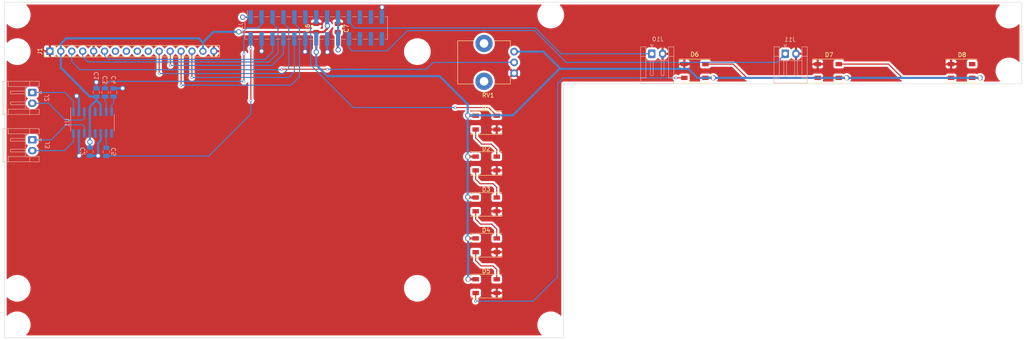
<source format=kicad_pcb>
(kicad_pcb (version 20171130) (host pcbnew "(5.1.10)-1")
  (layers (0 F.Cu signal) (31 B.Cu signal) (34 B.Paste user hide) (35 F.Paste user hide) (36 B.SilkS user) (37 F.SilkS user hide) (38 B.Mask user hide) (39 F.Mask user hide) (44 Edge.Cuts user))
  (net 0 "")
  (net 1 GND)
  (net 2 +3V3)
  (net 3 +5V)
  (net 4 +12V)
  (net 5 "Net-(J3-Pad1)")
  (net 6 USR_BTN1)
  (net 7 LCD_RS)
  (net 8 USR_BTN0)
  (net 9 LCD_BIT6)
  (net 10 LCD_BIT5)
  (net 11 LCD_BIT7)
  (net 12 LCD_CLOCK)
  (net 13 NEO_DATA)
  (net 14 LCD_BIT4)
  (net 15 "Net-(J12-Pad26)")
  (net 16 AUDIO_R)
  (net 17 AUDIO_L)
  (net 18 "Net-(J12-Pad24)")
  (net 19 "Net-(J12-Pad22)")
  (net 20 "Net-(J12-Pad13)")
  (net 21 "Net-(J12-Pad23)")
  (net 22 "Net-(J12-Pad21)")
  (net 23 "Net-(C3-Pad1)")
  (net 24 "Net-(C4-Pad1)")
  (net 25 "Net-(C5-Pad1)")
  (net 26 "Net-(D1-Pad2)")
  (net 27 "Net-(D2-Pad2)")
  (net 28 "Net-(D3-Pad2)")
  (net 29 "Net-(D4-Pad2)")
  (net 30 "Net-(D5-Pad2)")
  (net 31 "Net-(D6-Pad2)")
  (net 32 "Net-(D7-Pad2)")
  (net 33 "Net-(D8-Pad2)")
  (net 34 "Net-(J1-Pad10)")
  (net 35 "Net-(J1-Pad9)")
  (net 36 "Net-(J1-Pad8)")
  (net 37 "Net-(J1-Pad7)")
  (net 38 /CONTRAST)
  (net 39 "Net-(J2-Pad2)")
  (net 40 "Net-(J2-Pad1)")
  (net 41 "Net-(J3-Pad2)")
  (net 42 "Net-(U1-Pad12)")
  (net 43 "Net-(U1-Pad9)")
  (net 44 "Net-(U1-Pad5)")
  (module RPi_Hat:RPi_Hat_Mounting_Hole (layer F.Cu) (at 265.5 78.5)
    (fp_text reference "" hide)
    (fp_text value "" hide)
    (pad "" np_thru_hole circle (at 0 0) (size 2.75 2.75) (drill 2.75) (layers *.Cu *.Mask) (clearance 1.725))
  )
  (module RPi_Hat:RPi_Hat_Mounting_Hole (layer F.Cu) (at 265.5 65.5)
    (fp_text reference "" hide)
    (fp_text value "" hide)
    (pad "" np_thru_hole circle (at 0 0) (size 2.75 2.75) (drill 2.75) (layers *.Cu *.Mask) (clearance 1.725))
  )
  (module RPi_Hat:RPi_Hat_Mounting_Hole (layer F.Cu) (at 35 129)
    (fp_text reference "" hide)
    (fp_text value "" hide)
    (pad "" np_thru_hole circle (at 0 0) (size 2.75 2.75) (drill 2.75) (layers *.Cu *.Mask) (clearance 1.725))
  )
  (module RPi_Hat:RPi_Hat_Mounting_Hole (layer F.Cu) (at 128 129)
    (fp_text reference "" hide)
    (fp_text value "" hide)
    (pad "" np_thru_hole circle (at 0 0) (size 2.75 2.75) (drill 2.75) (layers *.Cu *.Mask) (clearance 1.725))
  )
  (module RPi_Hat:RPi_Hat_Mounting_Hole (layer F.Cu) (at 128 74)
    (fp_text reference "" hide)
    (fp_text value "" hide)
    (pad "" np_thru_hole circle (at 0 0) (size 2.75 2.75) (drill 2.75) (layers *.Cu *.Mask) (clearance 1.725))
  )
  (module RPi_Hat:RPi_Hat_Mounting_Hole (layer F.Cu) (at 35 74)
    (fp_text reference "" hide)
    (fp_text value "" hide)
    (pad "" np_thru_hole circle (at 0 0) (size 2.75 2.75) (drill 2.75) (layers *.Cu *.Mask) (clearance 1.725))
  )
  (module RPi_Hat:RPi_Hat_Mounting_Hole (layer F.Cu) (at 35 65.5)
    (fp_text reference "" hide)
    (fp_text value "" hide)
    (pad "" np_thru_hole circle (at 0 0) (size 2.75 2.75) (drill 2.75) (layers *.Cu *.Mask) (clearance 1.725))
  )
  (module RPi_Hat:RPi_Hat_Mounting_Hole (layer F.Cu) (at 159 65.5)
    (fp_text reference "" hide)
    (fp_text value "" hide)
    (pad "" np_thru_hole circle (at 0 0) (size 2.75 2.75) (drill 2.75) (layers *.Cu *.Mask) (clearance 1.725))
  )
  (module RPi_Hat:RPi_Hat_Mounting_Hole (layer F.Cu) (at 159 137.5)
    (fp_text reference "" hide)
    (fp_text value "" hide)
    (pad "" np_thru_hole circle (at 0 0) (size 2.75 2.75) (drill 2.75) (layers *.Cu *.Mask) (clearance 1.725))
  )
  (module Package_SO:SOP-16_3.9x9.9mm_P1.27mm (layer B.Cu) (at 52.5 90.5 270)
    (fp_text reference U1 (at 0 5.9 90) (layer B.SilkS) (effects (justify mirror)))
    (fp_text value PAM8403)
    (pad 16 smd roundrect (at 2.5 4.445 270) (size 2 0.6) (layers B.Cu B.Paste B.Mask) (net 41 "Net-(J3-Pad2)"))
    (pad 15 smd roundrect (at 2.5 3.175 270) (size 2 0.6) (layers B.Cu B.Paste B.Mask) (net 1 GND))
    (pad 14 smd roundrect (at 2.5 1.905 270) (size 2 0.6) (layers B.Cu B.Paste B.Mask) (net 5 "Net-(J3-Pad1)"))
    (pad 13 smd roundrect (at 2.5 0.635 270) (size 2 0.6) (layers B.Cu B.Paste B.Mask) (net 3 +5V))
    (pad 12 smd roundrect (at 2.5 -0.635 270) (size 2 0.6) (layers B.Cu B.Paste B.Mask) (net 42 "Net-(U1-Pad12)"))
    (pad 11 smd roundrect (at 2.5 -1.905 270) (size 2 0.6) (layers B.Cu B.Paste B.Mask) (net 1 GND))
    (pad 10 smd roundrect (at 2.5 -3.175 270) (size 2 0.6) (layers B.Cu B.Paste B.Mask) (net 25 "Net-(C5-Pad1)"))
    (pad 9 smd roundrect (at 2.5 -4.445 270) (size 2 0.6) (layers B.Cu B.Paste B.Mask) (net 43 "Net-(U1-Pad9)"))
    (pad 8 smd roundrect (at -2.5 -4.445 270) (size 2 0.6) (layers B.Cu B.Paste B.Mask) (net 24 "Net-(C4-Pad1)"))
    (pad 7 smd roundrect (at -2.5 -3.175 270) (size 2 0.6) (layers B.Cu B.Paste B.Mask) (net 23 "Net-(C3-Pad1)"))
    (pad 6 smd roundrect (at -2.5 -1.905 270) (size 2 0.6) (layers B.Cu B.Paste B.Mask) (net 3 +5V))
    (pad 5 smd roundrect (at -2.5 -0.635 270) (size 2 0.6) (layers B.Cu B.Paste B.Mask) (net 44 "Net-(U1-Pad5)"))
    (pad 4 smd roundrect (at -2.5 0.635 270) (size 2 0.6) (layers B.Cu B.Paste B.Mask) (net 3 +5V))
    (pad 3 smd roundrect (at -2.5 1.905 270) (size 2 0.6) (layers B.Cu B.Paste B.Mask) (net 39 "Net-(J2-Pad2)"))
    (pad 2 smd roundrect (at -2.5 3.175 270) (size 2 0.6) (layers B.Cu B.Paste B.Mask) (net 1 GND))
    (pad 1 smd roundrect (at -2.5 4.445 270) (size 2 0.6) (layers B.Cu B.Paste B.Mask) (net 40 "Net-(J2-Pad1)"))
  )
  (module Potentiometer_THT:Potentiometer_Alps_RK09K_Single_Vertical (layer F.Cu) (at 150.5 74 180)
    (fp_text reference RV1 (at 6.05 -10.15) (layer F.SilkS))
    (fp_text value "POT 10k")
    (pad "" np_thru_hole circle (at 7 1.9 180) (size 4 4) (drill 2) (layers *.Cu *.Mask))
    (pad "" np_thru_hole circle (at 7 -6.9 180) (size 4 4) (drill 2) (layers *.Cu *.Mask))
    (pad 1 thru_hole circle (at 0 0 180) (size 1.8 1.8) (drill 1) (layers *.Cu *.Mask) (net 3 +5V))
    (pad 2 thru_hole circle (at 0 -2.5 180) (size 1.8 1.8) (drill 1) (layers *.Cu *.Mask) (net 38 /CONTRAST))
    (pad 3 thru_hole circle (at 0 -5 180) (size 1.8 1.8) (drill 1) (layers *.Cu *.Mask) (net 1 GND))
  )
  (module Connector_JST:JST_EH_S2B-EH_1x02_P2.50mm_Horizontal (layer B.Cu) (at 38.5 94.5 270)
    (fp_text reference J3 (at 1.2 -3.55 90) (layer B.SilkS) (effects (justify mirror)))
    (fp_text value Conn_01x02)
    (pad 2 thru_hole oval (at 2.5 0 270) (size 1.7 2) (drill 1) (layers *.Cu *.Mask) (net 41 "Net-(J3-Pad2)"))
    (pad 1 thru_hole roundrect (at 0 0 270) (size 1.7 2) (drill 1) (layers *.Cu *.Mask) (roundrect_rratio 0.147059) (net 5 "Net-(J3-Pad1)"))
  )
  (module Connector_JST:JST_EH_S2B-EH_1x02_P2.50mm_Horizontal (layer B.Cu) (at 38.5 83.5 270)
    (fp_text reference J2 (at 1.25 -3.4 90) (layer B.SilkS) (effects (justify mirror)))
    (fp_text value Conn_01x02)
    (pad 2 thru_hole oval (at 2.5 0 270) (size 1.7 2) (drill 1) (layers *.Cu *.Mask) (net 39 "Net-(J2-Pad2)"))
    (pad 1 thru_hole roundrect (at 0 0 270) (size 1.7 2) (drill 1) (layers *.Cu *.Mask) (roundrect_rratio 0.147059) (net 40 "Net-(J2-Pad1)"))
  )
  (module Connector_PinHeader_2.54mm:PinHeader_1x16_P2.54mm_Vertical (layer F.Cu) (at 42.6 73.9 90)
    (fp_text reference J1 (at 0 -2.33 90) (layer F.SilkS))
    (fp_text value Conn_01x16)
    (pad 16 thru_hole oval (at 0 38.1 90) (size 1.7 1.7) (drill 1) (layers *.Cu *.Mask) (net 1 GND))
    (pad 15 thru_hole oval (at 0 35.56 90) (size 1.7 1.7) (drill 1) (layers *.Cu *.Mask) (net 3 +5V))
    (pad 14 thru_hole oval (at 0 33.02 90) (size 1.7 1.7) (drill 1) (layers *.Cu *.Mask) (net 11 LCD_BIT7))
    (pad 13 thru_hole oval (at 0 30.48 90) (size 1.7 1.7) (drill 1) (layers *.Cu *.Mask) (net 9 LCD_BIT6))
    (pad 12 thru_hole oval (at 0 27.94 90) (size 1.7 1.7) (drill 1) (layers *.Cu *.Mask) (net 10 LCD_BIT5))
    (pad 11 thru_hole oval (at 0 25.4 90) (size 1.7 1.7) (drill 1) (layers *.Cu *.Mask) (net 14 LCD_BIT4))
    (pad 10 thru_hole oval (at 0 22.86 90) (size 1.7 1.7) (drill 1) (layers *.Cu *.Mask) (net 34 "Net-(J1-Pad10)"))
    (pad 9 thru_hole oval (at 0 20.32 90) (size 1.7 1.7) (drill 1) (layers *.Cu *.Mask) (net 35 "Net-(J1-Pad9)"))
    (pad 8 thru_hole oval (at 0 17.78 90) (size 1.7 1.7) (drill 1) (layers *.Cu *.Mask) (net 36 "Net-(J1-Pad8)"))
    (pad 7 thru_hole oval (at 0 15.24 90) (size 1.7 1.7) (drill 1) (layers *.Cu *.Mask) (net 37 "Net-(J1-Pad7)"))
    (pad 6 thru_hole oval (at 0 12.7 90) (size 1.7 1.7) (drill 1) (layers *.Cu *.Mask) (net 12 LCD_CLOCK))
    (pad 5 thru_hole oval (at 0 10.16 90) (size 1.7 1.7) (drill 1) (layers *.Cu *.Mask) (net 1 GND))
    (pad 4 thru_hole oval (at 0 7.62 90) (size 1.7 1.7) (drill 1) (layers *.Cu *.Mask) (net 7 LCD_RS))
    (pad 3 thru_hole oval (at 0 5.08 90) (size 1.7 1.7) (drill 1) (layers *.Cu *.Mask) (net 38 /CONTRAST))
    (pad 2 thru_hole oval (at 0 2.54 90) (size 1.7 1.7) (drill 1) (layers *.Cu *.Mask) (net 3 +5V))
    (pad 1 thru_hole rect (at 0 0 90) (size 1.7 1.7) (drill 1) (layers *.Cu *.Mask) (net 1 GND))
  )
  (module LED_SMD:LED_WS2812B_PLCC4_5.0x5.0mm_P3.2mm (layer F.Cu) (at 254.5 78.5 180)
    (fp_text reference D8 (at -0.1 3.75) (layer F.SilkS))
    (fp_text value WS2812B)
    (fp_text user 1 (at -4.15 -1.6) (layer F.SilkS))
    (pad 1 smd rect (at -2.45 -1.6 180) (size 1.5 1) (layers F.Cu F.Paste F.Mask) (net 3 +5V))
    (pad 2 smd rect (at -2.45 1.6 180) (size 1.5 1) (layers F.Cu F.Paste F.Mask) (net 33 "Net-(D8-Pad2)"))
    (pad 4 smd rect (at 2.45 -1.6 180) (size 1.5 1) (layers F.Cu F.Paste F.Mask) (net 32 "Net-(D7-Pad2)"))
    (pad 3 smd rect (at 2.45 1.6 180) (size 1.5 1) (layers F.Cu F.Paste F.Mask) (net 1 GND))
  )
  (module LED_SMD:LED_WS2812B_PLCC4_5.0x5.0mm_P3.2mm (layer F.Cu) (at 223.5 78.5 180)
    (fp_text reference D7 (at -0.2 3.75) (layer F.SilkS))
    (fp_text value WS2812B)
    (fp_text user 1 (at -4.15 -1.6) (layer F.SilkS))
    (pad 1 smd rect (at -2.45 -1.6 180) (size 1.5 1) (layers F.Cu F.Paste F.Mask) (net 3 +5V))
    (pad 2 smd rect (at -2.45 1.6 180) (size 1.5 1) (layers F.Cu F.Paste F.Mask) (net 32 "Net-(D7-Pad2)"))
    (pad 4 smd rect (at 2.45 -1.6 180) (size 1.5 1) (layers F.Cu F.Paste F.Mask) (net 31 "Net-(D6-Pad2)"))
    (pad 3 smd rect (at 2.45 1.6 180) (size 1.5 1) (layers F.Cu F.Paste F.Mask) (net 1 GND))
  )
  (module LED_SMD:LED_WS2812B_PLCC4_5.0x5.0mm_P3.2mm (layer F.Cu) (at 192.5 78.5 180)
    (fp_text reference D6 (at 0.05 3.85) (layer F.SilkS))
    (fp_text value WS2812B)
    (fp_text user 1 (at -4.15 -1.6) (layer F.SilkS))
    (pad 1 smd rect (at -2.45 -1.6 180) (size 1.5 1) (layers F.Cu F.Paste F.Mask) (net 3 +5V))
    (pad 2 smd rect (at -2.45 1.6 180) (size 1.5 1) (layers F.Cu F.Paste F.Mask) (net 31 "Net-(D6-Pad2)"))
    (pad 4 smd rect (at 2.45 -1.6 180) (size 1.5 1) (layers F.Cu F.Paste F.Mask) (net 30 "Net-(D5-Pad2)"))
    (pad 3 smd rect (at 2.45 1.6 180) (size 1.5 1) (layers F.Cu F.Paste F.Mask) (net 1 GND))
  )
  (module LED_SMD:LED_WS2812B_PLCC4_5.0x5.0mm_P3.2mm (layer F.Cu) (at 144 128.5)
    (fp_text reference D5 (at 0 -3.5) (layer F.SilkS))
    (fp_text value WS2812B)
    (fp_text user 1 (at -4.15 -1.6) (layer F.SilkS))
    (pad 1 smd rect (at -2.45 -1.6) (size 1.5 1) (layers F.Cu F.Paste F.Mask) (net 3 +5V))
    (pad 2 smd rect (at -2.45 1.6) (size 1.5 1) (layers F.Cu F.Paste F.Mask) (net 30 "Net-(D5-Pad2)"))
    (pad 4 smd rect (at 2.45 -1.6) (size 1.5 1) (layers F.Cu F.Paste F.Mask) (net 29 "Net-(D4-Pad2)"))
    (pad 3 smd rect (at 2.45 1.6) (size 1.5 1) (layers F.Cu F.Paste F.Mask) (net 1 GND))
  )
  (module LED_SMD:LED_WS2812B_PLCC4_5.0x5.0mm_P3.2mm (layer F.Cu) (at 144 119)
    (fp_text reference D4 (at 0 -3.5) (layer F.SilkS))
    (fp_text value WS2812B)
    (fp_text user 1 (at -4.15 -1.6) (layer F.SilkS))
    (pad 1 smd rect (at -2.45 -1.6) (size 1.5 1) (layers F.Cu F.Paste F.Mask) (net 3 +5V))
    (pad 2 smd rect (at -2.45 1.6) (size 1.5 1) (layers F.Cu F.Paste F.Mask) (net 29 "Net-(D4-Pad2)"))
    (pad 4 smd rect (at 2.45 -1.6) (size 1.5 1) (layers F.Cu F.Paste F.Mask) (net 28 "Net-(D3-Pad2)"))
    (pad 3 smd rect (at 2.45 1.6) (size 1.5 1) (layers F.Cu F.Paste F.Mask) (net 1 GND))
  )
  (module LED_SMD:LED_WS2812B_PLCC4_5.0x5.0mm_P3.2mm (layer F.Cu) (at 144 109.5)
    (fp_text reference D3 (at 0 -3.5) (layer F.SilkS))
    (fp_text value WS2812B)
    (fp_text user 1 (at -4.15 -1.6) (layer F.SilkS))
    (pad 1 smd rect (at -2.45 -1.6) (size 1.5 1) (layers F.Cu F.Paste F.Mask) (net 3 +5V))
    (pad 2 smd rect (at -2.45 1.6) (size 1.5 1) (layers F.Cu F.Paste F.Mask) (net 28 "Net-(D3-Pad2)"))
    (pad 4 smd rect (at 2.45 -1.6) (size 1.5 1) (layers F.Cu F.Paste F.Mask) (net 27 "Net-(D2-Pad2)"))
    (pad 3 smd rect (at 2.45 1.6) (size 1.5 1) (layers F.Cu F.Paste F.Mask) (net 1 GND))
  )
  (module LED_SMD:LED_WS2812B_PLCC4_5.0x5.0mm_P3.2mm (layer F.Cu) (at 144 100)
    (fp_text reference D2 (at 0 -3.5) (layer F.SilkS))
    (fp_text value WS2812B)
    (fp_text user 1 (at -4.15 -1.6) (layer F.SilkS))
    (pad 1 smd rect (at -2.45 -1.6) (size 1.5 1) (layers F.Cu F.Paste F.Mask) (net 3 +5V))
    (pad 2 smd rect (at -2.45 1.6) (size 1.5 1) (layers F.Cu F.Paste F.Mask) (net 27 "Net-(D2-Pad2)"))
    (pad 4 smd rect (at 2.45 -1.6) (size 1.5 1) (layers F.Cu F.Paste F.Mask) (net 26 "Net-(D1-Pad2)"))
    (pad 3 smd rect (at 2.45 1.6) (size 1.5 1) (layers F.Cu F.Paste F.Mask) (net 1 GND))
  )
  (module LED_SMD:LED_WS2812B_PLCC4_5.0x5.0mm_P3.2mm (layer F.Cu) (at 144 90.5)
    (fp_text reference D1 (at 0 -3.5) (layer F.SilkS))
    (fp_text value WS2812B)
    (fp_text user 1 (at -4.15 -1.6) (layer F.SilkS))
    (pad 1 smd rect (at -2.45 -1.6) (size 1.5 1) (layers F.Cu F.Paste F.Mask) (net 3 +5V))
    (pad 2 smd rect (at -2.45 1.6) (size 1.5 1) (layers F.Cu F.Paste F.Mask) (net 26 "Net-(D1-Pad2)"))
    (pad 4 smd rect (at 2.45 -1.6) (size 1.5 1) (layers F.Cu F.Paste F.Mask) (net 13 NEO_DATA))
    (pad 3 smd rect (at 2.45 1.6) (size 1.5 1) (layers F.Cu F.Paste F.Mask) (net 1 GND))
  )
  (module Capacitor_SMD:C_0805_2012Metric (layer B.Cu) (at 55.7 97.3 270)
    (fp_text reference C5 (at -0.05 -1.75 90) (layer B.SilkS) (effects (justify mirror)))
    (fp_text value "0.47uF 15V 5%")
    (pad 2 smd roundrect (at 0.95 0 270) (size 1 1.45) (layers B.Cu B.Paste B.Mask) (net 16 AUDIO_R))
    (pad 1 smd roundrect (at -0.95 0 270) (size 1 1.45) (layers B.Cu B.Paste B.Mask) (net 25 "Net-(C5-Pad1)"))
  )
  (module Capacitor_SMD:C_0805_2012Metric (layer B.Cu) (at 57.4 83.5 90)
    (fp_text reference C4 (at 2.95 0.05 90) (layer B.SilkS) (effects (justify mirror)))
    (fp_text value "1uF 15V 5%")
    (pad 2 smd roundrect (at 0.95 0 90) (size 1 1.45) (layers B.Cu B.Paste B.Mask) (net 1 GND))
    (pad 1 smd roundrect (at -0.95 0 90) (size 1 1.45) (layers B.Cu B.Paste B.Mask) (net 24 "Net-(C4-Pad1)"))
  )
  (module Capacitor_SMD:C_0805_2012Metric (layer B.Cu) (at 55.4 83.5 90)
    (fp_text reference C3 (at 2.95 0.05 90) (layer B.SilkS) (effects (justify mirror)))
    (fp_text value "0.47uF 15V 5%")
    (pad 2 smd roundrect (at 0.95 0 90) (size 1 1.45) (layers B.Cu B.Paste B.Mask) (net 17 AUDIO_L))
    (pad 1 smd roundrect (at -0.95 0 90) (size 1 1.45) (layers B.Cu B.Paste B.Mask) (net 23 "Net-(C3-Pad1)"))
  )
  (module Capacitor_SMD:C_0805_2012Metric (layer B.Cu) (at 51.9 97.25 270)
    (fp_text reference C2 (at -0.1 1.65 90) (layer B.SilkS) (effects (justify mirror)))
    (fp_text value "10uF 15V 5%")
    (pad 2 smd roundrect (at 0.95 0 270) (size 1 1.45) (layers B.Cu B.Paste B.Mask) (net 1 GND))
    (pad 1 smd roundrect (at -0.95 0 270) (size 1 1.45) (layers B.Cu B.Paste B.Mask) (net 3 +5V))
  )
  (module Capacitor_SMD:C_0805_2012Metric (layer B.Cu) (at 53.4 83.5 90)
    (fp_text reference C1 (at 3.85 0 90) (layer B.SilkS) (effects (justify mirror)))
    (fp_text value "1uF 15V 5%")
    (pad 2 smd roundrect (at 0.95 0 90) (size 1 1.45) (layers B.Cu B.Paste B.Mask) (net 1 GND))
    (pad 1 smd roundrect (at -0.95 0 90) (size 1 1.45) (layers B.Cu B.Paste B.Mask) (net 3 +5V))
  )
  (module Connector_PinHeader_2.54mm:PinHeader_2x13_P2.54mm_Vertical_SMD (layer B.Cu) (at 104.5 68.5 270)
    (fp_text reference J12 (at 0 17.57 90) (layer B.SilkS) (effects (justify mirror)))
    (fp_text value Conn_02x13_Top_Bottom)
    (pad 26 smd rect (at 2.525 -15.24 270) (size 3.15 1) (layers B.Cu B.Paste B.Mask) (net 15 "Net-(J12-Pad26)"))
    (pad 25 smd rect (at -2.525 -15.24 270) (size 3.15 1) (layers B.Cu B.Paste B.Mask) (net 1 GND))
    (pad 24 smd rect (at 2.525 -12.7 270) (size 3.15 1) (layers B.Cu B.Paste B.Mask) (net 18 "Net-(J12-Pad24)"))
    (pad 23 smd rect (at -2.525 -12.7 270) (size 3.15 1) (layers B.Cu B.Paste B.Mask) (net 21 "Net-(J12-Pad23)"))
    (pad 22 smd rect (at 2.525 -10.16 270) (size 3.15 1) (layers B.Cu B.Paste B.Mask) (net 19 "Net-(J12-Pad22)"))
    (pad 21 smd rect (at -2.525 -10.16 270) (size 3.15 1) (layers B.Cu B.Paste B.Mask) (net 22 "Net-(J12-Pad21)"))
    (pad 20 smd rect (at 2.525 -7.62 270) (size 3.15 1) (layers B.Cu B.Paste B.Mask) (net 6 USR_BTN1))
    (pad 19 smd rect (at -2.525 -7.62 270) (size 3.15 1) (layers B.Cu B.Paste B.Mask) (net 8 USR_BTN0))
    (pad 18 smd rect (at 2.525 -5.08 270) (size 3.15 1) (layers B.Cu B.Paste B.Mask) (net 2 +3V3))
    (pad 17 smd rect (at -2.525 -5.08 270) (size 3.15 1) (layers B.Cu B.Paste B.Mask) (net 2 +3V3))
    (pad 16 smd rect (at 2.525 -2.54 270) (size 3.15 1) (layers B.Cu B.Paste B.Mask) (net 1 GND))
    (pad 15 smd rect (at -2.525 -2.54 270) (size 3.15 1) (layers B.Cu B.Paste B.Mask) (net 3 +5V))
    (pad 14 smd rect (at 2.525 0 270) (size 3.15 1) (layers B.Cu B.Paste B.Mask) (net 3 +5V))
    (pad 13 smd rect (at -2.525 0 270) (size 3.15 1) (layers B.Cu B.Paste B.Mask) (net 20 "Net-(J12-Pad13)"))
    (pad 12 smd rect (at 2.525 2.54 270) (size 3.15 1) (layers B.Cu B.Paste B.Mask) (net 1 GND))
    (pad 11 smd rect (at -2.525 2.54 270) (size 3.15 1) (layers B.Cu B.Paste B.Mask) (net 13 NEO_DATA))
    (pad 10 smd rect (at 2.525 5.08 270) (size 3.15 1) (layers B.Cu B.Paste B.Mask) (net 11 LCD_BIT7))
    (pad 9 smd rect (at -2.525 5.08 270) (size 3.15 1) (layers B.Cu B.Paste B.Mask) (net 9 LCD_BIT6))
    (pad 8 smd rect (at 2.525 7.62 270) (size 3.15 1) (layers B.Cu B.Paste B.Mask) (net 10 LCD_BIT5))
    (pad 7 smd rect (at -2.525 7.62 270) (size 3.15 1) (layers B.Cu B.Paste B.Mask) (net 14 LCD_BIT4))
    (pad 6 smd rect (at 2.525 10.16 270) (size 3.15 1) (layers B.Cu B.Paste B.Mask) (net 12 LCD_CLOCK))
    (pad 5 smd rect (at -2.525 10.16 270) (size 3.15 1) (layers B.Cu B.Paste B.Mask) (net 7 LCD_RS))
    (pad 4 smd rect (at 2.525 12.7 270) (size 3.15 1) (layers B.Cu B.Paste B.Mask) (net 1 GND))
    (pad 3 smd rect (at -2.525 12.7 270) (size 3.15 1) (layers B.Cu B.Paste B.Mask) (net 17 AUDIO_L))
    (pad 2 smd rect (at 2.525 15.24 270) (size 3.15 1) (layers B.Cu B.Paste B.Mask) (net 16 AUDIO_R))
    (pad 1 smd rect (at -2.525 15.24 270) (size 3.15 1) (layers B.Cu B.Paste B.Mask) (net 4 +12V))
  )
  (module Connector_JST:JST_EH_S2B-EH_1x02_P2.50mm_Horizontal (layer B.Cu) (at 213.5 74.5)
    (fp_text reference J11 (at 1.1 -3.3) (layer B.SilkS) (effects (justify mirror)))
    (fp_text value Conn_01x02)
    (pad 2 thru_hole oval (at 2.5 0) (size 1.7 2) (drill 1) (layers *.Cu *.Mask) (net 1 GND))
    (pad 1 thru_hole roundrect (at 0 0) (size 1.7 2) (drill 1) (layers *.Cu *.Mask) (roundrect_rratio 0.1470588235294118) (net 6 USR_BTN1))
  )
  (module Connector_JST:JST_EH_S2B-EH_1x02_P2.50mm_Horizontal (layer B.Cu) (at 182.5 74.5)
    (fp_text reference J10 (at 1.4 -3.4 180) (layer B.SilkS) (effects (justify mirror)))
    (fp_text value Conn_01x02)
    (pad 2 thru_hole oval (at 2.5 0) (size 1.7 2) (drill 1) (layers *.Cu *.Mask) (net 1 GND))
    (pad 1 thru_hole roundrect (at 0 0) (size 1.7 2) (drill 1) (layers *.Cu *.Mask) (roundrect_rratio 0.1470588235294118) (net 8 USR_BTN0))
  )
  (module Capacitor_SMD:C_0805_2012Metric (layer F.Cu) (at 109.5 68.5 90)
    (fp_text reference C7 (at -0.1 2 90) (layer F.SilkS))
    (fp_text value "10uF 15V 5%")
    (pad 2 smd roundrect (at 0.95 0 90) (size 1 1.45) (layers F.Cu F.Paste F.Mask) (net 1 GND))
    (pad 1 smd roundrect (at -0.95 0 90) (size 1 1.45) (layers F.Cu F.Paste F.Mask) (net 2 +3V3))
  )
  (module Capacitor_SMD:C_0805_2012Metric (layer F.Cu) (at 104.5 68.5 90)
    (fp_text reference C6 (at 0 -2 90) (layer F.SilkS))
    (fp_text value "10uF 15V 5%")
    (pad 2 smd roundrect (at 0.95 0 90) (size 1 1.45) (layers F.Cu F.Paste F.Mask) (net 1 GND))
    (pad 1 smd roundrect (at -0.95 0 90) (size 1 1.45) (layers F.Cu F.Paste F.Mask) (net 3 +5V))
  )
  (module RPi_Hat:RPi_Hat_Mounting_Hole (layer F.Cu) (at 35 137.5)
    (fp_text reference "" hide)
    (fp_text value "" hide)
    (pad "" np_thru_hole circle (at 0 0) (size 2.75 2.75) (drill 2.75) (layers *.Cu *.Mask) (clearance 1.725))
  )
  (gr_line (start 268.5 62.5) (end 32 62.5) (layer Edge.Cuts) (width 0.1))
  (gr_line (start 268.5 81.5) (end 268.5 62.5) (layer Edge.Cuts) (width 0.1))
  (gr_line (start 162 81.5) (end 268.5 81.5) (layer Edge.Cuts) (width 0.1))
  (gr_line (start 162 140.5) (end 162 81.5) (layer Edge.Cuts) (width 0.1))
  (gr_line (start 32 140.5) (end 162 140.5) (layer Edge.Cuts) (width 0.1))
  (gr_line (start 32 62.5) (end 32 140.5) (layer Edge.Cuts) (width 0.1))
  (via (at 49.4 98.2) (size 1.2) (drill 0.8) (layers F.Cu B.Cu) (net 1))
  (segment (start 49.325 98.125) (end 49.4 98.2) (width 0.5) (layer B.Cu) (net 1))
  (segment (start 49.325 93) (end 49.325 98.125) (width 0.5) (layer B.Cu) (net 1))
  (segment (start 54.405 93) (end 54.405 94.695) (width 0.5) (layer B.Cu) (net 1))
  (segment (start 53.8 95.3) (end 53.8 98.2) (width 0.5) (layer B.Cu) (net 1))
  (via (at 53.8 98.2) (size 1.2) (drill 0.8) (layers F.Cu B.Cu) (net 1))
  (segment (start 54.405 94.695) (end 53.8 95.3) (width 0.5) (layer B.Cu) (net 1))
  (via (at 48.8 84.3) (size 1.2) (drill 0.8) (layers F.Cu B.Cu) (net 1))
  (segment (start 49.325 84.825) (end 48.8 84.3) (width 0.5) (layer B.Cu) (net 1))
  (segment (start 49.325 88) (end 49.325 84.825) (width 0.5) (layer B.Cu) (net 1))
  (via (at 59.5 82.5) (size 1.2) (drill 0.8) (layers F.Cu B.Cu) (net 1))
  (segment (start 59.45 82.55) (end 59.5 82.5) (width 0.5) (layer B.Cu) (net 1))
  (segment (start 57.4 82.55) (end 59.45 82.55) (width 0.5) (layer B.Cu) (net 1))
  (via (at 91.8 73.9) (size 1.2) (drill 0.8) (layers F.Cu B.Cu) (net 1))
  (segment (start 91.8 71.025) (end 91.8 73.9) (width 0.5) (layer B.Cu) (net 1))
  (via (at 101.9 74) (size 1.2) (drill 0.8) (layers F.Cu B.Cu) (net 1))
  (segment (start 101.96 73.94) (end 101.9 74) (width 0.5) (layer B.Cu) (net 1))
  (segment (start 101.96 71.025) (end 101.96 73.94) (width 0.5) (layer B.Cu) (net 1))
  (via (at 119.8 63.7) (size 1.2) (drill 0.8) (layers F.Cu B.Cu) (net 1))
  (segment (start 119.74 63.76) (end 119.8 63.7) (width 0.5) (layer B.Cu) (net 1))
  (segment (start 119.74 65.975) (end 119.74 63.76) (width 0.5) (layer B.Cu) (net 1))
  (via (at 107.1 74.1) (size 1.2) (drill 0.8) (layers F.Cu B.Cu) (net 1))
  (segment (start 107.04 71.025) (end 107.04 74.04) (width 0.5) (layer B.Cu) (net 1))
  (segment (start 107.04 74.04) (end 107.1 74.1) (width 0.5) (layer B.Cu) (net 1))
  (via (at 53.4 81.1) (size 1.2) (drill 0.8) (layers F.Cu B.Cu) (net 1))
  (segment (start 53.4 82.55) (end 53.4 81.1) (width 0.5) (layer B.Cu) (net 1))
  (segment (start 51.9 98.2) (end 53.8 98.2) (width 0.5) (layer B.Cu) (net 1))
  (via (at 196.8 80.1) (size 1.2) (drill 0.8) (layers F.Cu B.Cu) (net 3))
  (segment (start 194.95 80.1) (end 196.8 80.1) (width 0.5) (layer F.Cu) (net 3))
  (segment (start 109.58 65.975) (end 109.58 71.025) (width 0.5) (layer B.Cu) (net 2))
  (via (at 109.6 73.6) (size 1.2) (drill 0.8) (layers F.Cu B.Cu) (net 2))
  (segment (start 109.58 73.58) (end 109.6 73.6) (width 0.5) (layer B.Cu) (net 2))
  (segment (start 109.58 71.025) (end 109.58 73.58) (width 0.5) (layer B.Cu) (net 2))
  (segment (start 109.5 73.5) (end 109.5 69.45) (width 0.5) (layer F.Cu) (net 2))
  (segment (start 109.6 73.6) (end 109.5 73.5) (width 0.5) (layer F.Cu) (net 2))
  (segment (start 51.865 96.265) (end 51.9 96.3) (width 0.5) (layer B.Cu) (net 3))
  (via (at 51.9 95) (size 1.2) (drill 0.8) (layers F.Cu B.Cu) (net 3))
  (segment (start 51.865 94.965) (end 51.9 95) (width 0.5) (layer B.Cu) (net 3))
  (segment (start 51.865 94.865) (end 51.865 94.965) (width 0.5) (layer B.Cu) (net 3))
  (segment (start 51.865 93) (end 51.865 94.865) (width 0.5) (layer B.Cu) (net 3))
  (segment (start 51.865 94.865) (end 51.865 96.265) (width 0.5) (layer B.Cu) (net 3))
  (segment (start 53.4 84.45) (end 53.4 85.3) (width 0.5) (layer B.Cu) (net 3))
  (segment (start 54.405 86.305) (end 54.405 88) (width 0.5) (layer B.Cu) (net 3))
  (segment (start 53.4 85.3) (end 54.405 86.305) (width 0.5) (layer B.Cu) (net 3))
  (segment (start 51.865 86.835) (end 53.4 85.3) (width 0.5) (layer B.Cu) (net 3))
  (segment (start 51.865 88) (end 51.865 86.835) (width 0.5) (layer B.Cu) (net 3))
  (via (at 139.8 126.9) (size 1.2) (drill 0.8) (layers F.Cu B.Cu) (net 3))
  (segment (start 141.55 126.9) (end 139.8 126.9) (width 0.5) (layer F.Cu) (net 3))
  (via (at 139.7 117.4) (size 1.2) (drill 0.8) (layers F.Cu B.Cu) (net 3))
  (segment (start 141.55 117.4) (end 139.7 117.4) (width 0.5) (layer F.Cu) (net 3))
  (via (at 139.7 107.8) (size 1.2) (drill 0.8) (layers F.Cu B.Cu) (net 3))
  (segment (start 139.8 107.9) (end 139.7 107.8) (width 0.5) (layer F.Cu) (net 3))
  (segment (start 141.55 107.9) (end 139.8 107.9) (width 0.5) (layer F.Cu) (net 3))
  (via (at 139.7 98.4) (size 1.2) (drill 0.8) (layers F.Cu B.Cu) (net 3))
  (segment (start 141.55 98.4) (end 139.7 98.4) (width 0.5) (layer F.Cu) (net 3))
  (via (at 139.7 88.8) (size 1.2) (drill 0.8) (layers F.Cu B.Cu) (net 3))
  (segment (start 139.8 88.9) (end 139.7 88.8) (width 0.5) (layer F.Cu) (net 3))
  (segment (start 141.55 88.9) (end 139.8 88.9) (width 0.5) (layer F.Cu) (net 3))
  (via (at 104.5 74.1) (size 1.2) (drill 0.8) (layers F.Cu B.Cu) (net 3))
  (segment (start 104.5 71.025) (end 104.5 74.1) (width 0.5) (layer B.Cu) (net 3))
  (via (at 227.8 80.1) (size 1.2) (drill 0.8) (layers F.Cu B.Cu) (net 3))
  (segment (start 225.95 80.1) (end 227.8 80.1) (width 0.5) (layer F.Cu) (net 3))
  (via (at 258.8 80.1) (size 1.2) (drill 0.8) (layers F.Cu B.Cu) (net 3))
  (segment (start 256.95 80.1) (end 258.8 80.1) (width 0.5) (layer F.Cu) (net 3))
  (segment (start 139.8 117.5) (end 139.7 117.4) (width 0.5) (layer B.Cu) (net 3))
  (segment (start 139.8 126.9) (end 139.8 117.5) (width 0.5) (layer B.Cu) (net 3))
  (segment (start 139.7 117.4) (end 139.7 107.8) (width 0.5) (layer B.Cu) (net 3))
  (segment (start 139.7 107.8) (end 139.7 98.4) (width 0.5) (layer B.Cu) (net 3))
  (segment (start 139.7 98.4) (end 139.7 88.8) (width 0.5) (layer B.Cu) (net 3))
  (segment (start 258.8 80.1) (end 227.8 80.1) (width 0.5) (layer B.Cu) (net 3))
  (segment (start 227.8 80.1) (end 196.8 80.1) (width 0.5) (layer B.Cu) (net 3))
  (segment (start 196.8 80.1) (end 193.1 80.1) (width 0.5) (layer B.Cu) (net 3))
  (segment (start 193.1 80.1) (end 191 78) (width 0.5) (layer B.Cu) (net 3))
  (segment (start 150.2 88.8) (end 139.7 88.8) (width 0.5) (layer B.Cu) (net 3))
  (segment (start 161 78) (end 150.2 88.8) (width 0.5) (layer B.Cu) (net 3))
  (segment (start 104.5 69.45) (end 104.5 74.1) (width 0.5) (layer F.Cu) (net 3))
  (segment (start 157.3 74) (end 161.3 78) (width 0.5) (layer B.Cu) (net 3))
  (segment (start 150.5 74) (end 157.3 74) (width 0.5) (layer B.Cu) (net 3))
  (segment (start 161.3 78) (end 161 78) (width 0.5) (layer B.Cu) (net 3))
  (segment (start 191 78) (end 161.3 78) (width 0.5) (layer B.Cu) (net 3))
  (segment (start 51.865 93) (end 51.865 88) (width 0.5) (layer B.Cu) (net 3))
  (segment (start 45.14 73.9) (end 45.14 72.16) (width 0.5) (layer B.Cu) (net 3))
  (segment (start 45.14 72.16) (end 46.4 70.9) (width 0.5) (layer B.Cu) (net 3))
  (segment (start 46.4 70.9) (end 77.2 70.9) (width 0.5) (layer B.Cu) (net 3))
  (segment (start 78.16 71.86) (end 78.16 73.9) (width 0.5) (layer B.Cu) (net 3))
  (segment (start 77.2 70.9) (end 78.16 71.86) (width 0.5) (layer B.Cu) (net 3))
  (via (at 86.5 69.4) (size 1.2) (drill 0.8) (layers F.Cu B.Cu) (net 3))
  (segment (start 86.55 69.45) (end 86.5 69.4) (width 0.5) (layer F.Cu) (net 3))
  (segment (start 89.15 69.45) (end 86.55 69.45) (width 0.5) (layer F.Cu) (net 3))
  (segment (start 104.5 69.45) (end 89.15 69.45) (width 0.5) (layer F.Cu) (net 3))
  (segment (start 80.62 69.4) (end 78.16 71.86) (width 0.5) (layer B.Cu) (net 3))
  (segment (start 86.5 69.4) (end 80.62 69.4) (width 0.5) (layer B.Cu) (net 3))
  (segment (start 51.85 84.45) (end 53.4 84.45) (width 0.5) (layer B.Cu) (net 3))
  (segment (start 45.14 77.74) (end 51.85 84.45) (width 0.5) (layer B.Cu) (net 3))
  (segment (start 45.14 73.9) (end 45.14 77.74) (width 0.5) (layer B.Cu) (net 3))
  (segment (start 139.7 86.2) (end 139.7 88.8) (width 0.5) (layer B.Cu) (net 3))
  (segment (start 133.2 79.7) (end 139.7 86.2) (width 0.5) (layer B.Cu) (net 3))
  (segment (start 107.1 79.7) (end 133.2 79.7) (width 0.5) (layer B.Cu) (net 3))
  (segment (start 104.5 77.1) (end 107.1 79.7) (width 0.5) (layer B.Cu) (net 3))
  (segment (start 104.5 74.1) (end 104.5 77.1) (width 0.5) (layer B.Cu) (net 3))
  (segment (start 106.25 69.45) (end 104.5 69.45) (width 0.5) (layer F.Cu) (net 3))
  (segment (start 107.1 68.6) (end 106.25 69.45) (width 0.5) (layer F.Cu) (net 3))
  (segment (start 107.1 68) (end 107.1 68.6) (width 0.5) (layer F.Cu) (net 3))
  (via (at 107.1 68) (size 1.2) (drill 0.8) (layers F.Cu B.Cu) (net 3))
  (segment (start 107.1 66.035) (end 107.04 65.975) (width 0.5) (layer B.Cu) (net 3))
  (segment (start 107.1 68) (end 107.1 66.035) (width 0.5) (layer B.Cu) (net 3))
  (via (at 87.4 66) (size 1.2) (drill 0.8) (layers F.Cu B.Cu) (net 4))
  (segment (start 87.425 65.975) (end 87.4 66) (width 0.5) (layer B.Cu) (net 4))
  (segment (start 89.26 65.975) (end 87.425 65.975) (width 0.5) (layer B.Cu) (net 4))
  (segment (start 50.595 93) (end 50.595 91.395) (width 0.25) (layer B.Cu) (net 5))
  (segment (start 50.595 91.395) (end 50.2 91) (width 0.25) (layer B.Cu) (net 5))
  (segment (start 50.2 91) (end 46.4 91) (width 0.25) (layer B.Cu) (net 5))
  (segment (start 42.9 94.5) (end 38.5 94.5) (width 0.25) (layer B.Cu) (net 5))
  (segment (start 46.4 91) (end 42.9 94.5) (width 0.25) (layer B.Cu) (net 5))
  (segment (start 211.5 76.5) (end 213.5 74.5) (width 0.25) (layer B.Cu) (net 6))
  (segment (start 112.12 71.025) (end 112.12 73.12) (width 0.25) (layer B.Cu) (net 6))
  (segment (start 112.8 73.8) (end 121 73.8) (width 0.25) (layer B.Cu) (net 6))
  (segment (start 112.12 73.12) (end 112.8 73.8) (width 0.25) (layer B.Cu) (net 6))
  (segment (start 121 73.8) (end 125.7 69.1) (width 0.25) (layer B.Cu) (net 6))
  (segment (start 155.2 69.1) (end 162.6 76.5) (width 0.25) (layer B.Cu) (net 6))
  (segment (start 125.7 69.1) (end 155.2 69.1) (width 0.25) (layer B.Cu) (net 6))
  (segment (start 162.6 76.5) (end 211.5 76.5) (width 0.25) (layer B.Cu) (net 6))
  (segment (start 50.22 75.22) (end 50.22 73.9) (width 0.25) (layer B.Cu) (net 7))
  (segment (start 95.6 74.3) (end 93.5 76.4) (width 0.25) (layer B.Cu) (net 7))
  (segment (start 93.5 76.4) (end 51.4 76.4) (width 0.25) (layer B.Cu) (net 7))
  (segment (start 95.6 68.7) (end 95.6 74.3) (width 0.25) (layer B.Cu) (net 7))
  (segment (start 51.4 76.4) (end 50.22 75.22) (width 0.25) (layer B.Cu) (net 7))
  (segment (start 94.34 67.44) (end 95.6 68.7) (width 0.25) (layer B.Cu) (net 7))
  (segment (start 94.34 65.975) (end 94.34 67.44) (width 0.25) (layer B.Cu) (net 7))
  (segment (start 161.4 74.5) (end 182.5 74.5) (width 0.25) (layer B.Cu) (net 8))
  (segment (start 155.4 68.5) (end 161.4 74.5) (width 0.25) (layer B.Cu) (net 8))
  (segment (start 113.4 68.5) (end 155.4 68.5) (width 0.25) (layer B.Cu) (net 8))
  (segment (start 112.12 67.22) (end 113.4 68.5) (width 0.25) (layer B.Cu) (net 8))
  (segment (start 112.12 65.975) (end 112.12 67.22) (width 0.25) (layer B.Cu) (net 8))
  (via (at 73.1 81.8) (size 0.6) (drill 0.4) (layers F.Cu B.Cu) (net 9))
  (segment (start 73.1 73.92) (end 73.08 73.9) (width 0.25) (layer F.Cu) (net 9))
  (segment (start 73.1 81.8) (end 73.1 73.92) (width 0.25) (layer F.Cu) (net 9))
  (segment (start 94.75 81.8) (end 73.1 81.8) (width 0.25) (layer B.Cu) (net 9))
  (segment (start 98.65 81.8) (end 94.75 81.8) (width 0.25) (layer B.Cu) (net 9))
  (segment (start 100.6 68.6) (end 100.6 79.85) (width 0.25) (layer B.Cu) (net 9))
  (segment (start 100.6 79.85) (end 98.65 81.8) (width 0.25) (layer B.Cu) (net 9))
  (segment (start 99.42 67.42) (end 100.6 68.6) (width 0.25) (layer B.Cu) (net 9))
  (segment (start 99.42 65.975) (end 99.42 67.42) (width 0.25) (layer B.Cu) (net 9))
  (segment (start 96.88 71.025) (end 96.88 74.52) (width 0.25) (layer B.Cu) (net 10))
  (segment (start 70.6 73.96) (end 70.54 73.9) (width 0.25) (layer F.Cu) (net 10))
  (via (at 70.6 77.2) (size 0.6) (drill 0.4) (layers F.Cu B.Cu) (net 10))
  (segment (start 94.2 77.2) (end 70.6 77.2) (width 0.25) (layer B.Cu) (net 10))
  (segment (start 96.2 75.2) (end 94.2 77.2) (width 0.25) (layer B.Cu) (net 10))
  (segment (start 70.6 77.2) (end 70.6 73.96) (width 0.25) (layer F.Cu) (net 10))
  (segment (start 96.88 74.52) (end 96.2 75.2) (width 0.25) (layer B.Cu) (net 10))
  (via (at 75.6 80) (size 0.6) (drill 0.4) (layers F.Cu B.Cu) (net 11))
  (segment (start 75.6 73.92) (end 75.62 73.9) (width 0.25) (layer F.Cu) (net 11))
  (segment (start 75.6 80) (end 75.6 73.92) (width 0.25) (layer F.Cu) (net 11))
  (segment (start 94.75 80) (end 75.6 80) (width 0.25) (layer B.Cu) (net 11))
  (segment (start 98.1 80) (end 94.75 80) (width 0.25) (layer B.Cu) (net 11))
  (segment (start 99.42 78.68) (end 98.1 80) (width 0.25) (layer B.Cu) (net 11))
  (segment (start 99.42 71.025) (end 99.42 78.68) (width 0.25) (layer B.Cu) (net 11))
  (segment (start 55.3 74.9) (end 55.3 73.9) (width 0.25) (layer B.Cu) (net 12))
  (segment (start 56.2 75.8) (end 55.3 74.9) (width 0.25) (layer B.Cu) (net 12))
  (segment (start 92.6 75.8) (end 56.2 75.8) (width 0.25) (layer B.Cu) (net 12))
  (segment (start 94.34 74.06) (end 92.6 75.8) (width 0.25) (layer B.Cu) (net 12))
  (segment (start 94.34 71.025) (end 94.34 74.06) (width 0.25) (layer B.Cu) (net 12))
  (segment (start 101.96 65.975) (end 101.96 67.36) (width 0.25) (layer B.Cu) (net 13))
  (segment (start 101.96 67.36) (end 103.2 68.6) (width 0.25) (layer B.Cu) (net 13))
  (segment (start 103.2 68.6) (end 103.2 77.1) (width 0.25) (layer B.Cu) (net 13))
  (segment (start 146.45 88.9) (end 144.55 87) (width 0.25) (layer F.Cu) (net 13))
  (via (at 136.8 87) (size 0.6) (drill 0.4) (layers F.Cu B.Cu) (net 13))
  (segment (start 144.55 87) (end 136.8 87) (width 0.25) (layer F.Cu) (net 13))
  (segment (start 113.1 87) (end 103.2 77.1) (width 0.25) (layer B.Cu) (net 13))
  (segment (start 136.8 87) (end 113.1 87) (width 0.25) (layer B.Cu) (net 13))
  (via (at 68 79.1) (size 0.6) (drill 0.4) (layers F.Cu B.Cu) (net 14))
  (segment (start 68 79.1) (end 68 73.9) (width 0.25) (layer F.Cu) (net 14))
  (segment (start 94.05 79.1) (end 68 79.1) (width 0.25) (layer B.Cu) (net 14))
  (segment (start 98.1 77.9) (end 96.9 79.1) (width 0.25) (layer B.Cu) (net 14))
  (segment (start 96.9 79.1) (end 94.05 79.1) (width 0.25) (layer B.Cu) (net 14))
  (segment (start 96.88 67.38) (end 98.1 68.6) (width 0.25) (layer B.Cu) (net 14))
  (segment (start 98.1 68.6) (end 98.1 77.9) (width 0.25) (layer B.Cu) (net 14))
  (segment (start 96.88 65.975) (end 96.88 67.38) (width 0.25) (layer B.Cu) (net 14))
  (via (at 89.3 73.3) (size 0.6) (drill 0.4) (layers F.Cu B.Cu) (net 16))
  (segment (start 89.26 73.26) (end 89.3 73.3) (width 0.25) (layer B.Cu) (net 16))
  (segment (start 89.26 71.025) (end 89.26 73.26) (width 0.25) (layer B.Cu) (net 16))
  (segment (start 79.55 98.25) (end 55.7 98.25) (width 0.25) (layer B.Cu) (net 16))
  (segment (start 89.3 88.5) (end 79.55 98.25) (width 0.25) (layer B.Cu) (net 16))
  (segment (start 89.3 85.4) (end 89.3 88.5) (width 0.25) (layer B.Cu) (net 16))
  (segment (start 89.3 73.3) (end 89.3 85.4) (width 0.25) (layer F.Cu) (net 16))
  (via (at 89.3 85.4) (size 0.6) (drill 0.4) (layers F.Cu B.Cu) (net 16))
  (segment (start 91.8 65.975) (end 91.8 67.2) (width 0.25) (layer B.Cu) (net 17))
  (via (at 87.7 80.9) (size 0.6) (drill 0.4) (layers F.Cu B.Cu) (net 17))
  (segment (start 87.7 80.9) (end 56.4 80.9) (width 0.25) (layer B.Cu) (net 17))
  (segment (start 55.4 81.9) (end 55.4 82.55) (width 0.25) (layer B.Cu) (net 17))
  (segment (start 56.4 80.9) (end 55.4 81.9) (width 0.25) (layer B.Cu) (net 17))
  (segment (start 91.8 67.7) (end 91.8 65.975) (width 0.25) (layer B.Cu) (net 17))
  (segment (start 91 68.5) (end 91.8 67.7) (width 0.25) (layer B.Cu) (net 17))
  (segment (start 88.4 68.5) (end 91 68.5) (width 0.25) (layer B.Cu) (net 17))
  (segment (start 87.7 69.2) (end 88.4 68.5) (width 0.25) (layer B.Cu) (net 17))
  (segment (start 87.7 74.6) (end 87.7 69.2) (width 0.25) (layer B.Cu) (net 17))
  (segment (start 87.7 74.6) (end 87.7 80.9) (width 0.25) (layer F.Cu) (net 17))
  (via (at 87.7 74.6) (size 0.6) (drill 0.4) (layers F.Cu B.Cu) (net 17))
  (segment (start 55.675 88) (end 55.675 85.775) (width 0.25) (layer B.Cu) (net 23))
  (segment (start 55.4 85.5) (end 55.4 84.45) (width 0.25) (layer B.Cu) (net 23))
  (segment (start 55.675 85.775) (end 55.4 85.5) (width 0.25) (layer B.Cu) (net 23))
  (segment (start 56.945 88) (end 56.945 86.455) (width 0.25) (layer B.Cu) (net 24))
  (segment (start 57.4 86) (end 57.4 84.45) (width 0.25) (layer B.Cu) (net 24))
  (segment (start 56.945 86.455) (end 57.4 86) (width 0.25) (layer B.Cu) (net 24))
  (segment (start 55.675 96.325) (end 55.7 96.35) (width 0.25) (layer B.Cu) (net 25))
  (segment (start 55.675 93) (end 55.675 96.325) (width 0.25) (layer B.Cu) (net 25))
  (segment (start 141.55 92.1) (end 141.55 94.05) (width 0.25) (layer F.Cu) (net 26))
  (segment (start 141.55 94.05) (end 143 95.5) (width 0.25) (layer F.Cu) (net 26))
  (segment (start 143 95.5) (end 145.2 95.5) (width 0.25) (layer F.Cu) (net 26))
  (segment (start 146.45 96.75) (end 146.45 98.4) (width 0.25) (layer F.Cu) (net 26))
  (segment (start 145.2 95.5) (end 146.45 96.75) (width 0.25) (layer F.Cu) (net 26))
  (segment (start 141.55 101.6) (end 141.55 103.65) (width 0.25) (layer F.Cu) (net 27))
  (segment (start 141.55 103.65) (end 142.6 104.7) (width 0.25) (layer F.Cu) (net 27))
  (segment (start 142.6 104.7) (end 145.6 104.7) (width 0.25) (layer F.Cu) (net 27))
  (segment (start 146.45 105.55) (end 146.45 107.9) (width 0.25) (layer F.Cu) (net 27))
  (segment (start 145.6 104.7) (end 146.45 105.55) (width 0.25) (layer F.Cu) (net 27))
  (segment (start 141.55 111.1) (end 141.55 112.95) (width 0.25) (layer F.Cu) (net 28))
  (segment (start 141.55 112.95) (end 142.7 114.1) (width 0.25) (layer F.Cu) (net 28))
  (segment (start 142.7 114.1) (end 145.3 114.1) (width 0.25) (layer F.Cu) (net 28))
  (segment (start 146.45 115.25) (end 146.45 117.4) (width 0.25) (layer F.Cu) (net 28))
  (segment (start 145.3 114.1) (end 146.45 115.25) (width 0.25) (layer F.Cu) (net 28))
  (segment (start 141.55 120.6) (end 141.55 122.55) (width 0.25) (layer F.Cu) (net 29))
  (segment (start 141.55 122.55) (end 142.8 123.8) (width 0.25) (layer F.Cu) (net 29))
  (segment (start 142.8 123.8) (end 145.6 123.8) (width 0.25) (layer F.Cu) (net 29))
  (segment (start 146.45 124.65) (end 146.45 126.9) (width 0.25) (layer F.Cu) (net 29))
  (segment (start 145.6 123.8) (end 146.45 124.65) (width 0.25) (layer F.Cu) (net 29))
  (via (at 141.5 132) (size 0.6) (drill 0.4) (layers F.Cu B.Cu) (net 30))
  (segment (start 141.55 131.95) (end 141.5 132) (width 0.25) (layer F.Cu) (net 30))
  (segment (start 141.55 130.1) (end 141.55 131.95) (width 0.25) (layer F.Cu) (net 30))
  (segment (start 141.5 132) (end 154.9 132) (width 0.25) (layer B.Cu) (net 30))
  (segment (start 154.9 132) (end 160.6 126.3) (width 0.25) (layer B.Cu) (net 30))
  (via (at 188.1 80.1) (size 0.6) (drill 0.4) (layers F.Cu B.Cu) (net 30))
  (segment (start 188.1 80.1) (end 190.05 80.1) (width 0.25) (layer F.Cu) (net 30))
  (segment (start 161.9 80.1) (end 160.6 81.4) (width 0.25) (layer B.Cu) (net 30))
  (segment (start 188.1 80.1) (end 161.9 80.1) (width 0.25) (layer B.Cu) (net 30))
  (segment (start 160.6 126.3) (end 160.6 81.4) (width 0.25) (layer B.Cu) (net 30))
  (segment (start 194.95 76.9) (end 201.4 76.9) (width 0.25) (layer F.Cu) (net 31))
  (segment (start 204.6 80.1) (end 221.05 80.1) (width 0.25) (layer F.Cu) (net 31))
  (segment (start 201.4 76.9) (end 204.6 80.1) (width 0.25) (layer F.Cu) (net 31))
  (segment (start 225.95 76.9) (end 237.5 76.9) (width 0.25) (layer F.Cu) (net 32))
  (segment (start 240.7 80.1) (end 252.05 80.1) (width 0.25) (layer F.Cu) (net 32))
  (segment (start 237.5 76.9) (end 240.7 80.1) (width 0.25) (layer F.Cu) (net 32))
  (segment (start 150.5 76.5) (end 131.7 76.5) (width 0.25) (layer B.Cu) (net 38))
  (segment (start 131.7 76.5) (end 130.1 78.1) (width 0.25) (layer B.Cu) (net 38))
  (segment (start 47.68 73.9) (end 47.68 76.28) (width 0.25) (layer B.Cu) (net 38))
  (segment (start 47.68 76.28) (end 49.6 78.2) (width 0.25) (layer B.Cu) (net 38))
  (segment (start 49.6 78.2) (end 93.5 78.2) (width 0.25) (layer B.Cu) (net 38))
  (segment (start 130.1 78.1) (end 116.2 78.1) (width 0.25) (layer B.Cu) (net 38))
  (segment (start 116.2 78.1) (end 111.1 78.1) (width 0.25) (layer B.Cu) (net 38))
  (segment (start 96.4 78.2) (end 96.45 78.15) (width 0.25) (layer B.Cu) (net 38))
  (via (at 96.45 78.15) (size 0.6) (drill 0.4) (layers F.Cu B.Cu) (net 38))
  (segment (start 93.5 78.2) (end 96.4 78.2) (width 0.25) (layer B.Cu) (net 38))
  (segment (start 108 78.1) (end 116.2 78.1) (width 0.25) (layer B.Cu) (net 38))
  (segment (start 107.05 78.1) (end 108 78.1) (width 0.25) (layer B.Cu) (net 38))
  (via (at 107.05 78.1) (size 0.6) (drill 0.4) (layers F.Cu B.Cu) (net 38))
  (segment (start 96.5 78.1) (end 96.45 78.15) (width 0.25) (layer F.Cu) (net 38))
  (segment (start 107.05 78.1) (end 96.5 78.1) (width 0.25) (layer F.Cu) (net 38))
  (segment (start 42.3 86) (end 38.5 86) (width 0.25) (layer B.Cu) (net 39))
  (segment (start 46.2 89.9) (end 42.3 86) (width 0.25) (layer B.Cu) (net 39))
  (segment (start 50.1 89.9) (end 46.2 89.9) (width 0.25) (layer B.Cu) (net 39))
  (segment (start 50.595 89.405) (end 50.1 89.9) (width 0.25) (layer B.Cu) (net 39))
  (segment (start 50.595 88) (end 50.595 89.405) (width 0.25) (layer B.Cu) (net 39))
  (segment (start 48.055 88) (end 48.055 85.455) (width 0.25) (layer B.Cu) (net 40))
  (segment (start 46.1 83.5) (end 38.5 83.5) (width 0.25) (layer B.Cu) (net 40))
  (segment (start 48.055 85.455) (end 46.1 83.5) (width 0.25) (layer B.Cu) (net 40))
  (segment (start 48.055 93) (end 48.055 94.945) (width 0.25) (layer B.Cu) (net 41))
  (segment (start 46 97) (end 38.5 97) (width 0.25) (layer B.Cu) (net 41))
  (segment (start 48.055 94.945) (end 46 97) (width 0.25) (layer B.Cu) (net 41))
  (zone (net 1) (net_name GND) (layer F.Cu) (connect_pads (clearance 0.5)) (min_thickness 0.254) (fill yes (arc_segments 32) (thermal_gap 0.508) (thermal_bridge_width 0.508))
    (polygon (pts (xy 269 82) (xy 162 82) (xy 162 141) (xy 31 141) (xy 31 62) (xy 269 62)))
  )
)
</source>
